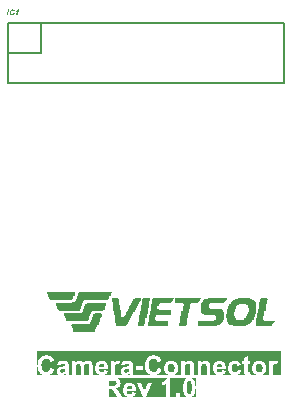
<source format=gto>
G04*
G04 #@! TF.GenerationSoftware,Altium Limited,Altium Designer,21.9.2 (33)*
G04*
G04 Layer_Color=65535*
%FSTAX24Y24*%
%MOIN*%
G70*
G04*
G04 #@! TF.SameCoordinates,13D17465-D8B6-41DB-B493-114FC984BDD6*
G04*
G04*
G04 #@! TF.FilePolarity,Positive*
G04*
G01*
G75*
%ADD10C,0.0079*%
G36*
X020621Y025327D02*
X020584D01*
Y025218D01*
X020548D01*
Y025181D01*
X01982D01*
Y025218D01*
X019784D01*
Y025291D01*
X019747D01*
Y025363D01*
X019711D01*
Y025436D01*
X020621D01*
Y025327D01*
D02*
G37*
G36*
X021858Y0254D02*
X021821D01*
Y025327D01*
X021785D01*
Y025218D01*
X021749D01*
Y025181D01*
X020948D01*
Y025145D01*
X020912D01*
Y025072D01*
X020875D01*
Y024963D01*
X020839D01*
Y02489D01*
X020803D01*
Y024818D01*
X020111D01*
Y024854D01*
X020075D01*
Y02489D01*
X020038D01*
Y024963D01*
X020002D01*
Y025072D01*
X020548D01*
Y025109D01*
X020621D01*
Y025145D01*
X020657D01*
Y025218D01*
X020693D01*
Y025327D01*
X02073D01*
Y0254D01*
X020766D01*
Y025436D01*
X021858D01*
Y0254D01*
D02*
G37*
G36*
X02284Y025145D02*
X022804D01*
Y025109D01*
X022767D01*
Y025036D01*
X022731D01*
Y024963D01*
X022695D01*
Y024927D01*
X022658D01*
Y024854D01*
X022622D01*
Y024781D01*
X022585D01*
Y024708D01*
X022549D01*
Y024636D01*
X022513D01*
Y024563D01*
X022476D01*
Y024526D01*
X02244D01*
Y024454D01*
X022404D01*
Y024381D01*
X022367D01*
Y024344D01*
X022331D01*
Y024308D01*
X022003D01*
Y024417D01*
X021967D01*
Y024672D01*
X02193D01*
Y024818D01*
X021894D01*
Y025109D01*
X021858D01*
Y025254D01*
X022076D01*
Y025218D01*
X022112D01*
Y024999D01*
X022149D01*
Y024854D01*
X022185D01*
Y024599D01*
X022258D01*
Y024636D01*
X022294D01*
Y024672D01*
X022331D01*
Y024781D01*
X022367D01*
Y024818D01*
X022404D01*
Y02489D01*
X02244D01*
Y024963D01*
X022476D01*
Y024999D01*
X022513D01*
Y025072D01*
X022549D01*
Y025145D01*
X022585D01*
Y025218D01*
X022622D01*
Y025254D01*
X02284D01*
Y025145D01*
D02*
G37*
G36*
X021676Y024963D02*
X021639D01*
Y024854D01*
X021567D01*
Y024818D01*
X021203D01*
Y024781D01*
X021166D01*
Y024708D01*
X02113D01*
Y024636D01*
X021094D01*
Y024526D01*
X021057D01*
Y02449D01*
X02033D01*
Y024563D01*
X020293D01*
Y024636D01*
X020257D01*
Y024745D01*
X020875D01*
Y024781D01*
X020912D01*
Y02489D01*
X020948D01*
Y024963D01*
X020984D01*
Y025036D01*
X021021D01*
Y025072D01*
X021676D01*
Y024963D01*
D02*
G37*
G36*
X027024Y025218D02*
X027061D01*
Y025181D01*
X027024D01*
Y025036D01*
X026988D01*
Y024818D01*
X026952D01*
Y024636D01*
X026915D01*
Y024526D01*
X026952D01*
Y02449D01*
X027316D01*
Y024454D01*
X027279D01*
Y024417D01*
X027243D01*
Y024381D01*
X027206D01*
Y024308D01*
X026661D01*
Y024563D01*
X026697D01*
Y024745D01*
X026733D01*
Y02489D01*
X02677D01*
Y025109D01*
X026806D01*
Y025181D01*
Y025218D01*
X026843D01*
Y025254D01*
X027024D01*
Y025218D01*
D02*
G37*
G36*
X026479D02*
X026551D01*
Y025181D01*
X026588D01*
Y025145D01*
X026624D01*
Y025109D01*
X026661D01*
Y024708D01*
X026624D01*
Y024599D01*
X026588D01*
Y024526D01*
X026551D01*
Y024454D01*
X026515D01*
Y024417D01*
X026479D01*
Y024381D01*
X026406D01*
Y024344D01*
X026333D01*
Y024308D01*
X025897D01*
Y024344D01*
X025787D01*
Y024381D01*
X025751D01*
Y024454D01*
X025715D01*
Y024563D01*
X025678D01*
Y024708D01*
X025715D01*
Y02489D01*
X025751D01*
Y024963D01*
X025787D01*
Y025036D01*
X025824D01*
Y025109D01*
X02586D01*
Y025145D01*
X025897D01*
Y025181D01*
X025969D01*
Y025218D01*
X026078D01*
Y025254D01*
X026479D01*
Y025218D01*
D02*
G37*
G36*
X025715Y025181D02*
X025678D01*
Y025145D01*
X025642D01*
Y025109D01*
X025605D01*
Y025072D01*
X025132D01*
Y025036D01*
X025096D01*
Y024927D01*
X025132D01*
Y02489D01*
X025533D01*
Y024854D01*
X025569D01*
Y024781D01*
X025605D01*
Y024526D01*
X025569D01*
Y024454D01*
X025533D01*
Y024417D01*
X025496D01*
Y024381D01*
X02546D01*
Y024344D01*
X025387D01*
Y024308D01*
X024732D01*
Y02449D01*
X025278D01*
Y024526D01*
X025351D01*
Y024636D01*
X025314D01*
Y024672D01*
X02495D01*
Y024708D01*
X024878D01*
Y024745D01*
X024841D01*
Y024781D01*
Y025072D01*
X024878D01*
Y025109D01*
X024914D01*
Y025181D01*
X02495D01*
Y025218D01*
X02506D01*
Y025254D01*
X025715D01*
Y025181D01*
D02*
G37*
G36*
X024841Y025218D02*
X024805D01*
Y025145D01*
X024769D01*
Y025109D01*
X024732D01*
Y025072D01*
X024514D01*
Y025036D01*
X024477D01*
Y02489D01*
X024441D01*
Y024745D01*
X024405D01*
Y024563D01*
X024368D01*
Y024344D01*
X024332D01*
Y024308D01*
X024114D01*
Y024417D01*
X02415D01*
Y024636D01*
X024186D01*
Y024818D01*
X024223D01*
Y024963D01*
X024259D01*
Y025036D01*
X024223D01*
Y025072D01*
X023968D01*
Y025254D01*
X024841D01*
Y025218D01*
D02*
G37*
G36*
X023932D02*
X023895D01*
Y025145D01*
X023859D01*
Y025109D01*
X023823D01*
Y025072D01*
X023459D01*
Y025036D01*
X023422D01*
Y024963D01*
X023386D01*
Y02489D01*
X023422D01*
Y024854D01*
X023823D01*
Y024672D01*
X02335D01*
Y024599D01*
X023313D01*
Y024526D01*
X02335D01*
Y02449D01*
X02375D01*
Y024308D01*
X023058D01*
Y024454D01*
X023095D01*
Y024672D01*
X023131D01*
Y024818D01*
X023168D01*
Y025036D01*
X023204D01*
Y025218D01*
X02324D01*
Y025254D01*
X023932D01*
Y025218D01*
D02*
G37*
G36*
X023131Y025145D02*
X023095D01*
Y024927D01*
X023058D01*
Y024708D01*
X023022D01*
Y024563D01*
X022986D01*
Y024381D01*
X022949D01*
Y024308D01*
X022731D01*
Y024454D01*
X022767D01*
Y024672D01*
X022804D01*
Y024818D01*
X02284D01*
Y024999D01*
X022877D01*
Y025036D01*
Y025218D01*
X022913D01*
Y025254D01*
X023131D01*
Y025145D01*
D02*
G37*
G36*
X021494Y024708D02*
X02153D01*
Y024599D01*
X021494D01*
Y024563D01*
X021457D01*
Y024454D01*
X021421D01*
Y024344D01*
X021385D01*
Y024272D01*
X021348D01*
Y024199D01*
X021312D01*
Y024126D01*
X020584D01*
Y024163D01*
Y024199D01*
Y024235D01*
X020548D01*
Y024308D01*
X020511D01*
Y024344D01*
X020548D01*
Y024381D01*
X02113D01*
Y024454D01*
X021166D01*
Y024526D01*
X021203D01*
Y024599D01*
X021239D01*
Y024708D01*
X021312D01*
Y024745D01*
X021494D01*
Y024708D01*
D02*
G37*
G36*
X027511Y022669D02*
X023255D01*
X023275Y02267D01*
X023292Y022671D01*
X02331Y022674D01*
X023326Y022678D01*
X023341Y022682D01*
X023354Y022685D01*
X023367Y02269D01*
X023379Y022695D01*
X02339Y0227D01*
X023399Y022705D01*
X023407Y022708D01*
X023414Y022712D01*
X023419Y022716D01*
X023423Y022719D01*
X023425Y022719D01*
X023426Y02272D01*
X023438Y022731D01*
X023449Y022742D01*
X023469Y022767D01*
X023486Y022793D01*
X023499Y022817D01*
X023504Y02283D01*
X023509Y022841D01*
X023513Y022851D01*
X023516Y022859D01*
X023519Y022867D01*
X023521Y022872D01*
X023522Y022876D01*
Y022877D01*
X023396Y022916D01*
X023389Y022891D01*
X02338Y022869D01*
X023372Y022852D01*
X023363Y022837D01*
X023355Y022826D01*
X023349Y022818D01*
X023344Y022814D01*
X023342Y022812D01*
X023328Y022801D01*
X023313Y022793D01*
X023298Y022788D01*
X023285Y022783D01*
X023273Y022781D01*
X023263Y02278D01*
X023259Y02278D01*
X023255D01*
X023242Y02278D01*
X02323Y022781D01*
X023207Y022788D01*
X023188Y022795D01*
X023172Y022805D01*
X023159Y022815D01*
X02315Y022822D01*
X023146Y022826D01*
X023144Y022829D01*
X023143Y02283D01*
X023142Y02283D01*
X023134Y022841D01*
X023128Y022853D01*
X023121Y022866D01*
X023117Y022879D01*
X023109Y022908D01*
X023104Y022937D01*
X023102Y022951D01*
X023101Y022963D01*
X023099Y022975D01*
Y022985D01*
X023098Y022992D01*
Y022999D01*
Y023003D01*
Y023004D01*
X023099Y023026D01*
X0231Y023045D01*
X023102Y023063D01*
X023105Y023079D01*
X023108Y023094D01*
X023112Y023108D01*
X023116Y02312D01*
X02312Y023131D01*
X023124Y02314D01*
X023128Y023149D01*
X023132Y023155D01*
X023135Y023161D01*
X023138Y023165D01*
X02314Y023168D01*
X023142Y02317D01*
Y023171D01*
X02315Y02318D01*
X023159Y023188D01*
X023169Y023195D01*
X023179Y0232D01*
X023198Y02321D01*
X023217Y023216D01*
X023232Y02322D01*
X02324Y023221D01*
X023245Y023222D01*
X023251Y023223D01*
X023257D01*
X023276Y023222D01*
X023292Y023218D01*
X023307Y023213D01*
X02332Y023208D01*
X02333Y023202D01*
X023338Y023198D01*
X023342Y023194D01*
X023344Y023193D01*
X023356Y023182D01*
X023367Y023169D01*
X023376Y023156D01*
X023382Y023143D01*
X023387Y023132D01*
X02339Y023124D01*
X023391Y02312D01*
Y023117D01*
X023392Y023116D01*
Y023115D01*
X02352Y023146D01*
X023511Y023173D01*
X023501Y023196D01*
X023489Y023216D01*
X023479Y023233D01*
X023469Y023246D01*
X023465Y023251D01*
X023462Y023256D01*
X023459Y023259D01*
X023456Y023261D01*
X023455Y023263D01*
X023454D01*
X02344Y023275D01*
X023425Y023286D01*
X02341Y023296D01*
X023394Y023303D01*
X023378Y023311D01*
X023362Y023316D01*
X023346Y023321D01*
X023331Y023324D01*
X023317Y023327D01*
X023305Y023329D01*
X023293Y023331D01*
X023283Y023332D01*
X023275Y023333D01*
X023264D01*
X02324Y023332D01*
X023216Y023329D01*
X023194Y023324D01*
X023173Y023319D01*
X023155Y023312D01*
X023136Y023305D01*
X02312Y023297D01*
X023106Y023288D01*
X023092Y02328D01*
X023081Y023272D01*
X02307Y023264D01*
X023062Y023258D01*
X023056Y023252D01*
X023051Y023248D01*
X023048Y023245D01*
X023047Y023244D01*
X023033Y023226D01*
X023021Y023208D01*
X023009Y023188D01*
X023Y023168D01*
X022992Y023147D01*
X022985Y023126D01*
X02298Y023106D01*
X022975Y023087D01*
X022972Y023067D01*
X02297Y023051D01*
X022968Y023035D01*
X022966Y023022D01*
Y023011D01*
X022965Y023003D01*
Y022995D01*
X022966Y022967D01*
X022969Y022941D01*
X022972Y022916D01*
X022978Y022894D01*
X022984Y022873D01*
X022991Y022853D01*
X022998Y022835D01*
X023006Y022819D01*
X023013Y022805D01*
X023021Y022792D01*
X023028Y022781D01*
X023033Y022772D01*
X023039Y022766D01*
X023043Y02276D01*
X023045Y022757D01*
X023046Y022756D01*
X023062Y022741D01*
X023079Y022728D01*
X023096Y022716D01*
X023114Y022706D01*
X023132Y022698D01*
X023149Y022691D01*
X023166Y022685D01*
X023181Y022681D01*
X023197Y022677D01*
X023211Y022674D01*
X023224Y022672D01*
X023234Y022671D01*
X023243Y02267D01*
X02325Y022669D01*
X019676D01*
X019695Y02267D01*
X019713Y022671D01*
X01973Y022674D01*
X019746Y022678D01*
X019761Y022682D01*
X019775Y022685D01*
X019788Y02269D01*
X0198Y022695D01*
X01981Y0227D01*
X019819Y022705D01*
X019827Y022708D01*
X019834Y022712D01*
X019839Y022716D01*
X019843Y022719D01*
X019845Y022719D01*
X019846Y02272D01*
X019858Y022731D01*
X019869Y022742D01*
X019889Y022767D01*
X019906Y022793D01*
X019919Y022817D01*
X019925Y02283D01*
X019929Y022841D01*
X019933Y022851D01*
X019937Y022859D01*
X019939Y022867D01*
X019941Y022872D01*
X019942Y022876D01*
Y022877D01*
X019816Y022916D01*
X019809Y022891D01*
X019801Y022869D01*
X019792Y022852D01*
X019783Y022837D01*
X019776Y022826D01*
X019769Y022818D01*
X019765Y022814D01*
X019763Y022812D01*
X019748Y022801D01*
X019733Y022793D01*
X019718Y022788D01*
X019705Y022783D01*
X019693Y022781D01*
X019683Y02278D01*
X019679Y02278D01*
X019675D01*
X019662Y02278D01*
X01965Y022781D01*
X019628Y022788D01*
X019608Y022795D01*
X019592Y022805D01*
X01958Y022815D01*
X01957Y022822D01*
X019567Y022826D01*
X019564Y022829D01*
X019563Y02283D01*
X019562Y02283D01*
X019555Y022841D01*
X019548Y022853D01*
X019542Y022866D01*
X019537Y022879D01*
X01953Y022908D01*
X019524Y022937D01*
X019522Y022951D01*
X019521Y022963D01*
X019519Y022975D01*
Y022985D01*
X019518Y022992D01*
Y022999D01*
Y023003D01*
Y023004D01*
X019519Y023026D01*
X01952Y023045D01*
X019522Y023063D01*
X019525Y023079D01*
X019529Y023094D01*
X019532Y023108D01*
X019536Y02312D01*
X019541Y023131D01*
X019544Y02314D01*
X019548Y023149D01*
X019552Y023155D01*
X019555Y023161D01*
X019558Y023165D01*
X01956Y023168D01*
X019562Y02317D01*
Y023171D01*
X01957Y02318D01*
X01958Y023188D01*
X019589Y023195D01*
X019599Y0232D01*
X019618Y02321D01*
X019637Y023216D01*
X019653Y02322D01*
X01966Y023221D01*
X019666Y023222D01*
X019671Y023223D01*
X019678D01*
X019696Y023222D01*
X019713Y023218D01*
X019728Y023213D01*
X01974Y023208D01*
X019751Y023202D01*
X019758Y023198D01*
X019763Y023194D01*
X019765Y023193D01*
X019777Y023182D01*
X019788Y023169D01*
X019796Y023156D01*
X019802Y023143D01*
X019807Y023132D01*
X01981Y023124D01*
X019812Y02312D01*
Y023117D01*
X019813Y023116D01*
Y023115D01*
X01994Y023146D01*
X019931Y023173D01*
X019921Y023196D01*
X01991Y023216D01*
X0199Y023233D01*
X019889Y023246D01*
X019886Y023251D01*
X019882Y023256D01*
X019879Y023259D01*
X019876Y023261D01*
X019876Y023263D01*
X019875D01*
X019861Y023275D01*
X019845Y023286D01*
X01983Y023296D01*
X019814Y023303D01*
X019798Y023311D01*
X019782Y023316D01*
X019766Y023321D01*
X019752Y023324D01*
X019738Y023327D01*
X019725Y023329D01*
X019714Y023331D01*
X019703Y023332D01*
X019695Y023333D01*
X019684D01*
X01966Y023332D01*
X019636Y023329D01*
X019615Y023324D01*
X019593Y023319D01*
X019575Y023312D01*
X019556Y023305D01*
X019541Y023297D01*
X019526Y023288D01*
X019512Y02328D01*
X019501Y023272D01*
X019491Y023264D01*
X019482Y023258D01*
X019476Y023252D01*
X019471Y023248D01*
X019469Y023245D01*
X019468Y023244D01*
X019453Y023226D01*
X019441Y023208D01*
X01943Y023188D01*
X01942Y023168D01*
X019412Y023147D01*
X019406Y023126D01*
X0194Y023106D01*
X019395Y023087D01*
X019392Y023067D01*
X01939Y023051D01*
X019388Y023035D01*
X019386Y023022D01*
Y023011D01*
X019385Y023003D01*
Y023333D01*
Y023467D01*
X027511D01*
Y022669D01*
D02*
G37*
G36*
X019386Y022967D02*
X019389Y022941D01*
X019393Y022916D01*
X019398Y022894D01*
X019404Y022873D01*
X019411Y022853D01*
X019419Y022835D01*
X019426Y022819D01*
X019433Y022805D01*
X019441Y022792D01*
X019448Y022781D01*
X019454Y022772D01*
X019459Y022766D01*
X019463Y02276D01*
X019466Y022757D01*
X019467Y022756D01*
X019482Y022741D01*
X019499Y022728D01*
X019517Y022716D01*
X019534Y022706D01*
X019552Y022698D01*
X019569Y022691D01*
X019586Y022685D01*
X019602Y022681D01*
X019617Y022677D01*
X019631Y022674D01*
X019644Y022672D01*
X019654Y022671D01*
X019664Y02267D01*
X01967Y022669D01*
X019385D01*
Y022995D01*
X019386Y022967D01*
D02*
G37*
G36*
X021919Y022478D02*
X021939D01*
X021948Y022477D01*
X021953D01*
X021956Y022477D01*
X021957D01*
X021968Y022474D01*
X021978Y02247D01*
X021987Y022466D01*
X021993Y022462D01*
X021999Y022457D01*
X022003Y022454D01*
X022005Y022452D01*
X022006Y022451D01*
X022012Y022443D01*
X022016Y022434D01*
X022019Y022426D01*
X022022Y022417D01*
X022023Y02241D01*
X022024Y022404D01*
Y022401D01*
Y022399D01*
X022023Y022389D01*
X022022Y022379D01*
X022019Y022371D01*
X022017Y022364D01*
X022014Y022358D01*
X022012Y022354D01*
X022011Y022352D01*
X02201Y022351D01*
X022004Y022344D01*
X021999Y022339D01*
X021987Y02233D01*
X021982Y022328D01*
X021977Y022326D01*
X021974Y022324D01*
X021974D01*
X021969Y022323D01*
X021962Y022321D01*
X021954Y02232D01*
X021946Y022319D01*
X021926Y022318D01*
X021907Y022317D01*
X021888Y022317D01*
X021763D01*
Y022479D01*
X021911D01*
X021919Y022478D01*
D02*
G37*
G36*
X024657Y022263D02*
X024656Y022296D01*
X024654Y022327D01*
X024651Y022354D01*
X024647Y02238D01*
X024642Y022404D01*
X024638Y022426D01*
X024631Y022445D01*
X024626Y022462D01*
X02462Y022477D01*
X024614Y02249D01*
X024609Y022501D01*
X024604Y02251D01*
X0246Y022516D01*
X024597Y022521D01*
X024595Y022524D01*
X024594Y022525D01*
X024584Y022537D01*
X024573Y022547D01*
X024561Y022555D01*
X024549Y022564D01*
X024537Y02257D01*
X024525Y022575D01*
X024514Y022579D01*
X024502Y022583D01*
X02449Y022586D01*
X024481Y022588D01*
X024472Y022589D01*
X024465Y02259D01*
X024458Y022591D01*
X024657D01*
Y022263D01*
D02*
G37*
G36*
X024457Y022489D02*
X024465Y022488D01*
X024471Y022485D01*
X024477Y022482D01*
X024481Y022479D01*
X024485Y022477D01*
X024487Y022476D01*
X024488Y022475D01*
X024493Y022468D01*
X024499Y02246D01*
X024503Y022451D01*
X024508Y022441D01*
X024511Y022432D01*
X024514Y022425D01*
X024515Y02242D01*
X024515Y022419D01*
Y022418D01*
X024517Y02241D01*
X024519Y0224D01*
X024521Y022388D01*
X024523Y022376D01*
X024525Y022351D01*
X024526Y022325D01*
X024527Y022313D01*
Y022301D01*
X024528Y022291D01*
Y022281D01*
Y022274D01*
Y022268D01*
Y022264D01*
Y022263D01*
Y022243D01*
X024527Y022223D01*
Y022206D01*
X024526Y02219D01*
X024525Y022175D01*
X024524Y022162D01*
X024522Y02215D01*
X024521Y02214D01*
X02452Y022131D01*
X024518Y022123D01*
X024517Y022117D01*
X024516Y022111D01*
X024515Y022107D01*
Y022104D01*
X024515Y022103D01*
Y022102D01*
X024511Y022089D01*
X024506Y022079D01*
X024502Y02207D01*
X024498Y022063D01*
X024494Y022058D01*
X02449Y022054D01*
X024489Y022052D01*
X024488Y022051D01*
X024481Y022046D01*
X024475Y022043D01*
X024468Y022041D01*
X024462Y022039D01*
X024457Y022038D01*
X024453Y022037D01*
X024449D01*
X024441Y022038D01*
X024433Y022039D01*
X024427Y022042D01*
X024421Y022045D01*
X024417Y022046D01*
X024413Y022049D01*
X024411Y02205D01*
X02441Y022051D01*
X024404Y022058D01*
X024399Y022066D01*
X024394Y022075D01*
X02439Y022084D01*
X024387Y022093D01*
X024384Y0221D01*
X024383Y022105D01*
X024382Y022107D01*
X02438Y022116D01*
X024379Y022126D01*
X024377Y022137D01*
X024376Y022149D01*
X024374Y022175D01*
X024373Y022201D01*
X024372Y022213D01*
Y022225D01*
X024371Y022235D01*
Y022244D01*
Y022252D01*
Y022258D01*
Y022262D01*
Y022263D01*
Y022283D01*
X024372Y022303D01*
Y022319D01*
X024373Y022336D01*
X024374Y02235D01*
X024375Y022364D01*
X024376Y022375D01*
X024378Y022386D01*
X024379Y022395D01*
X024379Y022403D01*
X02438Y022409D01*
X024381Y022415D01*
X024382Y022418D01*
Y022422D01*
X024383Y022423D01*
Y022424D01*
X024387Y022437D01*
X024392Y022448D01*
X024395Y022456D01*
X0244Y022464D01*
X024404Y022468D01*
X024406Y022472D01*
X024408Y022474D01*
X024409Y022475D01*
X024416Y022479D01*
X024423Y022483D01*
X024429Y022486D01*
X024436Y022488D01*
X024441Y022489D01*
X024445Y02249D01*
X024449D01*
X024457Y022489D01*
D02*
G37*
G36*
X024432Y02259D02*
X024417Y022588D01*
X024401Y022585D01*
X024387Y022581D01*
X024374Y022576D01*
X024362Y02257D01*
X024352Y022564D01*
X024342Y022558D01*
X024333Y022551D01*
X024325Y022546D01*
X024318Y02254D01*
X024314Y022535D01*
X024309Y022531D01*
X024306Y022527D01*
X024305Y022526D01*
X024304Y022525D01*
X024293Y022509D01*
X024283Y02249D01*
X024275Y022471D01*
X024268Y022451D01*
X024262Y022429D01*
X024256Y022407D01*
X024253Y022386D01*
X024249Y022365D01*
X024247Y022344D01*
X024245Y022326D01*
X024244Y022308D01*
X024243Y022293D01*
X024242Y022281D01*
Y022264D01*
X024243Y022231D01*
X024244Y0222D01*
X024247Y022171D01*
X024251Y022145D01*
X024255Y022122D01*
X024259Y022101D01*
X024265Y022083D01*
X02427Y022066D01*
X024275Y022052D01*
X024281Y022039D01*
X024285Y022029D01*
X02429Y022021D01*
X024293Y022015D01*
X024295Y02201D01*
X024297Y022008D01*
X024298Y022007D01*
X024309Y021994D01*
X024321Y021984D01*
X024333Y021973D01*
X024346Y021966D01*
X024358Y021959D01*
X024371Y021953D01*
X024383Y021948D01*
X024395Y021945D01*
X024406Y021941D01*
X024417Y021939D01*
X024426Y021937D01*
X024433Y021936D01*
X02444D01*
X024445Y021935D01*
X021633D01*
Y021947D01*
X021763D01*
Y022215D01*
X021804D01*
X021817Y022214D01*
X021828Y022213D01*
X021838Y022211D01*
X021845Y02221D01*
X02185Y022208D01*
X021852Y022207D01*
X021853D01*
X021861Y022204D01*
X021868Y0222D01*
X021875Y022195D01*
X021881Y022192D01*
X021886Y022187D01*
X021889Y022183D01*
X021891Y022181D01*
X021892Y022181D01*
X021896Y022176D01*
X0219Y022171D01*
X021911Y022157D01*
X021922Y022143D01*
X021934Y022126D01*
X021944Y022111D01*
X021949Y022104D01*
X021952Y022098D01*
X021956Y022094D01*
X021959Y02209D01*
X02196Y022087D01*
X021961Y022086D01*
X022053Y021947D01*
X022209D01*
X02213Y022072D01*
X022122Y022085D01*
X022113Y022098D01*
X022106Y022109D01*
X022098Y02212D01*
X022092Y022129D01*
X022086Y022138D01*
X022075Y022152D01*
X022067Y022163D01*
X022061Y02217D01*
X022057Y022175D01*
X022056Y022176D01*
X022046Y022187D01*
X022034Y022197D01*
X022023Y022206D01*
X022012Y022214D01*
X022002Y02222D01*
X021995Y022225D01*
X021989Y022229D01*
X021988Y02223D01*
X021987D01*
X022003Y022232D01*
X022017Y022236D01*
X02203Y02224D01*
X022043Y022244D01*
X022054Y022249D01*
X022064Y022254D01*
X022074Y022258D01*
X022083Y022264D01*
X02209Y022268D01*
X022097Y022273D01*
X022102Y022278D01*
X022106Y022281D01*
X02211Y022284D01*
X022112Y022287D01*
X022113Y022288D01*
X022114Y022289D01*
X022122Y022298D01*
X022128Y022307D01*
X022139Y022328D01*
X022147Y022347D01*
X022151Y022366D01*
X022155Y022383D01*
X022156Y02239D01*
Y022396D01*
X022157Y022401D01*
Y022405D01*
Y022407D01*
Y022408D01*
X022156Y022428D01*
X022152Y022448D01*
X022147Y022465D01*
X022143Y022479D01*
X022137Y022491D01*
X022133Y022501D01*
X022131Y022503D01*
X022129Y022506D01*
X022128Y022507D01*
Y022508D01*
X022117Y022524D01*
X022105Y022537D01*
X022093Y022547D01*
X022081Y022556D01*
X02207Y022562D01*
X022061Y022566D01*
X022056Y022569D01*
X022055Y02257D01*
X022054D01*
X022045Y022573D01*
X022035Y022576D01*
X022012Y02258D01*
X021987Y022583D01*
X021962Y022586D01*
X02195D01*
X02194Y022587D01*
X02193D01*
X021922Y022588D01*
X021633D01*
Y022591D01*
X023709D01*
X0237Y02257D01*
X023688Y022551D01*
X023675Y022532D01*
X023662Y022517D01*
X023651Y022505D01*
X02364Y022496D01*
X023637Y022492D01*
X023634Y02249D01*
X023632Y022489D01*
X023631Y022488D01*
X023611Y022473D01*
X023591Y02246D01*
X023574Y02245D01*
X023558Y022442D01*
X023545Y022437D01*
X023536Y022432D01*
X023532Y022431D01*
X023529Y02243D01*
X023529Y022429D01*
X023528D01*
Y022318D01*
X023561Y022331D01*
X02359Y022345D01*
X023604Y022353D01*
X023617Y022361D01*
X023629Y022368D01*
X02364Y022376D01*
X023651Y022383D01*
X02366Y02239D01*
X023667Y022395D01*
X023674Y022401D01*
X023679Y022405D01*
X023683Y022408D01*
X023685Y02241D01*
X023686Y022411D01*
Y021947D01*
X023809D01*
Y022591D01*
X024449D01*
X024432Y02259D01*
D02*
G37*
G36*
X024657Y021935D02*
X024449D01*
X024466Y021936D01*
X024481Y021938D01*
X024497Y021942D01*
X024511Y021946D01*
X024524Y02195D01*
X024536Y021956D01*
X024546Y021962D01*
X024556Y021969D01*
X024564Y021974D01*
X024573Y021981D01*
X024579Y021986D01*
X024585Y021991D01*
X024589Y021995D01*
X024591Y021998D01*
X024593Y022D01*
X024594Y022001D01*
X024605Y022017D01*
X024614Y022035D01*
X024624Y022055D01*
X02463Y022076D01*
X024637Y022097D01*
X024641Y022119D01*
X024646Y022141D01*
X02465Y022162D01*
X024651Y022182D01*
X024653Y022201D01*
X024655Y022218D01*
X024656Y022233D01*
X024657Y022245D01*
Y021935D01*
D02*
G37*
G36*
X018567Y034865D02*
X018569Y034865D01*
X018572Y034864D01*
X018576Y034864D01*
X01858Y034863D01*
X018588Y034861D01*
X018592Y03486D01*
X018596Y034858D01*
X0186Y034856D01*
X018604Y034854D01*
X018608Y034851D01*
X018612Y034848D01*
X018612Y034848D01*
X018613Y034848D01*
X018614Y034847D01*
X018615Y034845D01*
X018617Y034844D01*
X018618Y034842D01*
X01862Y034839D01*
X018622Y034836D01*
X018624Y034833D01*
X018626Y03483D01*
X018628Y034826D01*
X01863Y034822D01*
X018631Y034818D01*
X018633Y034813D01*
X018634Y034808D01*
X018635Y034803D01*
X018597Y034799D01*
Y0348D01*
X018597Y0348D01*
Y034801D01*
X018597Y034802D01*
X018596Y034805D01*
X018594Y034808D01*
X018593Y034813D01*
X01859Y034817D01*
X018588Y03482D01*
X018585Y034823D01*
X018585Y034824D01*
X018583Y034825D01*
X018581Y034826D01*
X018579Y034827D01*
X018575Y034829D01*
X018571Y03483D01*
X018566Y034831D01*
X018561Y034831D01*
X018559D01*
X018558Y034831D01*
X018555Y034831D01*
X018551Y03483D01*
X018546Y034829D01*
X018541Y034827D01*
X018536Y034824D01*
X018531Y034821D01*
X01853D01*
X01853Y03482D01*
X018528Y034819D01*
X018526Y034817D01*
X018523Y034813D01*
X018519Y034809D01*
X018515Y034804D01*
X018511Y034797D01*
X018508Y03479D01*
Y034789D01*
X018508Y034789D01*
X018507Y034788D01*
X018507Y034786D01*
X018506Y034784D01*
X018505Y034782D01*
X018505Y034779D01*
X018504Y034777D01*
X018502Y03477D01*
X018501Y034763D01*
X0185Y034755D01*
X0185Y034748D01*
Y034747D01*
Y034746D01*
Y034745D01*
X0185Y034744D01*
Y034742D01*
X0185Y03474D01*
X018501Y034735D01*
X018502Y034729D01*
X018504Y034723D01*
X018507Y034717D01*
X01851Y034712D01*
X018511Y034711D01*
X018512Y03471D01*
X018515Y034708D01*
X018518Y034706D01*
X018522Y034703D01*
X018527Y034701D01*
X018532Y0347D01*
X018535Y0347D01*
X018538Y034699D01*
X018539D01*
X01854Y0347D01*
X018543Y0347D01*
X018547Y0347D01*
X018551Y034702D01*
X018556Y034704D01*
X018561Y034706D01*
X018566Y034709D01*
X018566D01*
X018566Y03471D01*
X018568Y034711D01*
X01857Y034713D01*
X018573Y034717D01*
X018576Y034721D01*
X018579Y034726D01*
X018582Y034732D01*
X018585Y034739D01*
X018625Y034733D01*
Y034732D01*
X018624Y034731D01*
X018624Y03473D01*
X018623Y034727D01*
X018621Y034725D01*
X01862Y034722D01*
X018618Y034718D01*
X018616Y034714D01*
X018611Y034706D01*
X018605Y034698D01*
X018598Y03469D01*
X018594Y034687D01*
X01859Y034683D01*
X018589Y034683D01*
X018589Y034682D01*
X018587Y034682D01*
X018586Y034681D01*
X018583Y034679D01*
X018581Y034678D01*
X018577Y034676D01*
X018574Y034675D01*
X01857Y034673D01*
X018566Y034672D01*
X018562Y03467D01*
X018557Y034669D01*
X018552Y034668D01*
X018547Y034667D01*
X018541Y034667D01*
X018535Y034666D01*
X018534D01*
X018532Y034667D01*
X01853D01*
X018527Y034667D01*
X018523Y034668D01*
X018519Y034668D01*
X018515Y034669D01*
X018511Y03467D01*
X018507Y034672D01*
X018502Y034673D01*
X018497Y034675D01*
X018493Y034678D01*
X018488Y034681D01*
X018484Y034684D01*
X01848Y034687D01*
X01848Y034688D01*
X018479Y034689D01*
X018478Y03469D01*
X018477Y034691D01*
X018476Y034694D01*
X018474Y034696D01*
X018472Y0347D01*
X018471Y034703D01*
X018469Y034707D01*
X018467Y034712D01*
X018465Y034717D01*
X018464Y034723D01*
X018463Y034728D01*
X018461Y034735D01*
X018461Y034742D01*
X018461Y034749D01*
Y03475D01*
Y034751D01*
Y034753D01*
X018461Y034755D01*
Y034758D01*
X018461Y034761D01*
X018462Y034765D01*
X018462Y034769D01*
X018463Y034773D01*
X018464Y034778D01*
X018466Y034788D01*
X018469Y034799D01*
X018471Y034804D01*
X018474Y034809D01*
X018474Y034809D01*
X018474Y03481D01*
X018475Y034812D01*
X018476Y034813D01*
X018477Y034816D01*
X018479Y034818D01*
X018481Y034821D01*
X018483Y034825D01*
X018489Y034831D01*
X018495Y034838D01*
X018502Y034845D01*
X018506Y034848D01*
X01851Y034851D01*
X018511Y034851D01*
X018512Y034851D01*
X018513Y034852D01*
X018515Y034853D01*
X018517Y034854D01*
X018519Y034855D01*
X018522Y034857D01*
X018526Y034858D01*
X018529Y034859D01*
X018533Y034861D01*
X018542Y034863D01*
X018551Y034865D01*
X018556Y034865D01*
X018562Y034865D01*
X018565D01*
X018567Y034865D01*
D02*
G37*
G36*
X018725Y03467D02*
X018687D01*
X018715Y034803D01*
X018714Y034802D01*
X018713Y034801D01*
X01871Y0348D01*
X018707Y034798D01*
X018703Y034796D01*
X018698Y034794D01*
X018693Y034791D01*
X018687Y034789D01*
X018687D01*
X018687Y034788D01*
X018686Y034788D01*
X018685Y034787D01*
X018682Y034787D01*
X018678Y034785D01*
X018674Y034784D01*
X018669Y034782D01*
X018665Y034781D01*
X01866Y03478D01*
X018668Y034813D01*
X018668D01*
X018668Y034814D01*
X01867Y034814D01*
X018672Y034816D01*
X018676Y034817D01*
X018679Y034819D01*
X018684Y034822D01*
X018689Y034824D01*
X018695Y034828D01*
X018701Y034831D01*
X018707Y034835D01*
X018713Y034839D01*
X018719Y034843D01*
X018725Y034848D01*
X018731Y034853D01*
X018737Y034858D01*
X018742Y034863D01*
X018765D01*
X018725Y03467D01*
D02*
G37*
G36*
X018409D02*
X01837D01*
X01841Y034862D01*
X018449D01*
X018409Y03467D01*
D02*
G37*
%LPC*%
G36*
X026333Y025036D02*
X026115D01*
Y024999D01*
X026042D01*
Y024963D01*
X026006D01*
Y02489D01*
X025969D01*
Y024781D01*
X025933D01*
Y024636D01*
X025969D01*
Y024563D01*
X026006D01*
Y024526D01*
X02626D01*
Y024563D01*
X026333D01*
Y024636D01*
X02637D01*
Y024708D01*
X026406D01*
Y024781D01*
X026442D01*
Y024927D01*
X026406D01*
Y024999D01*
X026333D01*
Y025036D01*
D02*
G37*
G36*
X02108Y023155D02*
X021072D01*
X021057Y023154D01*
X021043Y023152D01*
X02103Y02315D01*
X021019Y023146D01*
X02101Y023142D01*
X021002Y023139D01*
X020998Y023138D01*
X020996Y023137D01*
X020983Y023129D01*
X020971Y02312D01*
X02096Y023111D01*
X020949Y023101D01*
X020941Y023093D01*
X020936Y023087D01*
X020932Y023082D01*
X02093Y02308D01*
X020922Y023093D01*
X020912Y023105D01*
X020903Y023114D01*
X020895Y023123D01*
X020887Y023129D01*
X020881Y023133D01*
X020877Y023136D01*
X020875Y023137D01*
X020863Y023143D01*
X02085Y023148D01*
X020837Y02315D01*
X020825Y023153D01*
X020814Y023154D01*
X020806Y023155D01*
X020799D01*
X020783Y023154D01*
X020768Y023152D01*
X020754Y023149D01*
X02074Y023144D01*
X020716Y023132D01*
X020705Y023125D01*
X020695Y023118D01*
X020686Y023112D01*
X020678Y023104D01*
X020671Y023099D01*
X020665Y023093D01*
X020661Y023088D01*
X020657Y023084D01*
X020655Y023082D01*
X020654Y023081D01*
Y023145D01*
X020542D01*
Y022681D01*
X020665D01*
Y022905D01*
Y022929D01*
X020666Y022949D01*
X020667Y022965D01*
X020669Y022978D01*
X020671Y022988D01*
X020672Y022995D01*
X020674Y023D01*
Y023001D01*
X020678Y023011D01*
X020683Y02302D01*
X020689Y023027D01*
X020694Y023034D01*
X020699Y023039D01*
X020702Y023042D01*
X020705Y023044D01*
X020706Y023045D01*
X020715Y023051D01*
X020724Y023054D01*
X020732Y023057D01*
X02074Y023059D01*
X020747Y02306D01*
X020752Y023061D01*
X020765D01*
X020773Y023059D01*
X020779Y023058D01*
X020785Y023056D01*
X020789Y023054D01*
X020791Y023052D01*
X020793Y023052D01*
X020794Y023051D01*
X020799Y023047D01*
X020803Y023042D01*
X02081Y023032D01*
X020812Y023028D01*
X020813Y023025D01*
X020814Y023022D01*
Y023021D01*
X020815Y023017D01*
X020817Y023012D01*
X020819Y022999D01*
X02082Y022985D01*
X020821Y02297D01*
X020822Y022956D01*
Y022945D01*
Y022941D01*
Y022937D01*
Y022935D01*
Y022934D01*
Y022681D01*
X020945D01*
Y022903D01*
Y022926D01*
X020947Y022945D01*
X020948Y022962D01*
X020949Y022976D01*
X020951Y022986D01*
X020952Y022993D01*
X020954Y022997D01*
Y022999D01*
X020959Y02301D01*
X020963Y023019D01*
X020969Y023027D01*
X020974Y023033D01*
X020979Y023039D01*
X020983Y023042D01*
X020986Y023044D01*
X020986Y023045D01*
X020995Y023051D01*
X021004Y023054D01*
X021012Y023057D01*
X02102Y023059D01*
X021026Y02306D01*
X021031Y023061D01*
X021035D01*
X021048Y02306D01*
X021059Y023057D01*
X021068Y023052D01*
X021075Y023048D01*
X021081Y023042D01*
X021084Y023039D01*
X021087Y023035D01*
X021088Y023034D01*
X02109Y023029D01*
X021093Y023025D01*
X021096Y023012D01*
X021098Y022997D01*
X021099Y022982D01*
X0211Y022968D01*
X021101Y022956D01*
Y022952D01*
Y022948D01*
Y022946D01*
Y022945D01*
Y022681D01*
X021224D01*
Y022977D01*
X021223Y023D01*
X021222Y02302D01*
X02122Y023037D01*
X021218Y02305D01*
X021215Y02306D01*
X021213Y023067D01*
X021212Y023072D01*
X021211Y023073D01*
X021204Y023088D01*
X021195Y0231D01*
X021186Y02311D01*
X021178Y023119D01*
X02117Y023126D01*
X021163Y02313D01*
X021159Y023133D01*
X021158Y023134D01*
X021144Y023141D01*
X021129Y023146D01*
X021115Y02315D01*
X021101Y023152D01*
X021089Y023154D01*
X02108Y023155D01*
D02*
G37*
G36*
X027333D02*
X027325D01*
X027314Y023154D01*
X027305Y023153D01*
X027296Y02315D01*
X027288Y023148D01*
X027282Y023145D01*
X027276Y023143D01*
X027274Y023141D01*
X027273Y02314D01*
X027264Y023134D01*
X027255Y023125D01*
X027246Y023114D01*
X027239Y023104D01*
X027231Y023094D01*
X027226Y023086D01*
X027222Y02308D01*
X027221Y023079D01*
Y023145D01*
X027107D01*
Y022681D01*
X02723D01*
Y022823D01*
Y022844D01*
Y022864D01*
X027231Y022881D01*
X027232Y022897D01*
Y022912D01*
X027233Y022924D01*
X027234Y022936D01*
X027235Y022945D01*
X027236Y022953D01*
X027237Y022961D01*
X027238Y022966D01*
Y022971D01*
X027239Y022974D01*
X027239Y022977D01*
Y022978D01*
X027243Y022991D01*
X027248Y023003D01*
X027252Y023012D01*
X027257Y023018D01*
X027261Y023024D01*
X027264Y023027D01*
X027266Y023029D01*
X027267Y02303D01*
X027275Y023035D01*
X027282Y023039D01*
X027289Y023041D01*
X027296Y023043D01*
X027301Y023044D01*
X027307Y023045D01*
X027311D01*
X027321Y023044D01*
X027331Y023042D01*
X02734Y023039D01*
X02735Y023035D01*
X027357Y023031D01*
X027362Y023027D01*
X027367Y023026D01*
X027368Y023025D01*
X027407Y023131D01*
X027392Y023139D01*
X027378Y023145D01*
X027364Y02315D01*
X027351Y023152D01*
X027341Y023154D01*
X027333Y023155D01*
D02*
G37*
G36*
X022064D02*
X022057D01*
X022046Y023154D01*
X022036Y023153D01*
X022027Y02315D01*
X02202Y023148D01*
X022013Y023145D01*
X022008Y023143D01*
X022005Y023141D01*
X022004Y02314D01*
X021995Y023134D01*
X021986Y023125D01*
X021977Y023114D01*
X02197Y023104D01*
X021962Y023094D01*
X021957Y023086D01*
X021953Y02308D01*
X021952Y023079D01*
Y023145D01*
X021838D01*
Y022681D01*
X021961D01*
Y022823D01*
Y022844D01*
Y022864D01*
X021962Y022881D01*
X021963Y022897D01*
Y022912D01*
X021964Y022924D01*
X021965Y022936D01*
X021966Y022945D01*
X021967Y022953D01*
X021968Y022961D01*
X021969Y022966D01*
Y022971D01*
X02197Y022974D01*
X021971Y022977D01*
Y022978D01*
X021974Y022991D01*
X021979Y023003D01*
X021984Y023012D01*
X021988Y023018D01*
X021992Y023024D01*
X021996Y023027D01*
X021997Y023029D01*
X021998Y02303D01*
X022006Y023035D01*
X022013Y023039D01*
X022021Y023041D01*
X022027Y023043D01*
X022033Y023044D01*
X022038Y023045D01*
X022042D01*
X022052Y023044D01*
X022062Y023042D01*
X022071Y023039D01*
X022081Y023035D01*
X022088Y023031D01*
X022094Y023027D01*
X022098Y023026D01*
X022099Y023025D01*
X022138Y023131D01*
X022123Y023139D01*
X022109Y023145D01*
X022096Y02315D01*
X022083Y023152D01*
X022072Y023154D01*
X022064Y023155D01*
D02*
G37*
G36*
X024997D02*
X024991D01*
X024974Y023154D01*
X024957Y023151D01*
X024943Y023148D01*
X024928Y023143D01*
X024914Y023137D01*
X024902Y02313D01*
X02489Y023123D01*
X02488Y023116D01*
X024871Y023109D01*
X024862Y023101D01*
X024855Y023095D01*
X024849Y023089D01*
X024845Y023084D01*
X024841Y02308D01*
X024839Y023077D01*
X024838Y023077D01*
Y023145D01*
X024724D01*
Y022681D01*
X024847D01*
Y02289D01*
Y022904D01*
Y022916D01*
X024848Y022929D01*
X024849Y022939D01*
Y022949D01*
X02485Y022957D01*
X024851Y022966D01*
X024852Y022972D01*
X024854Y022983D01*
X024855Y02299D01*
X024857Y022995D01*
Y022996D01*
X02486Y023006D01*
X024866Y023016D01*
X024871Y023024D01*
X024877Y023031D01*
X024883Y023036D01*
X024887Y02304D01*
X02489Y023042D01*
X024891Y023043D01*
X024901Y023049D01*
X024911Y023053D01*
X02492Y023056D01*
X02493Y023059D01*
X024937Y02306D01*
X024943Y023061D01*
X024948D01*
X024957Y02306D01*
X024966Y023059D01*
X024972Y023057D01*
X024979Y023054D01*
X024984Y023052D01*
X024988Y02305D01*
X02499Y023049D01*
X024991Y023048D01*
X024997Y023043D01*
X025002Y023038D01*
X02501Y023027D01*
X025013Y023021D01*
X025015Y023017D01*
X025017Y023015D01*
Y023014D01*
X025019Y023009D01*
X025019Y023003D01*
X025021Y02299D01*
X025023Y022973D01*
X025024Y022957D01*
X025025Y022941D01*
Y022935D01*
Y022929D01*
Y022924D01*
Y02292D01*
Y022917D01*
Y022916D01*
Y022681D01*
X025148D01*
Y022988D01*
X025147Y023003D01*
X025146Y023018D01*
X025144Y023029D01*
X025143Y023039D01*
X025142Y023045D01*
X025141Y02305D01*
Y023051D01*
X025138Y023062D01*
X025134Y023071D01*
X02513Y02308D01*
X025126Y023088D01*
X025122Y023094D01*
X025119Y023099D01*
X025118Y023101D01*
X025117Y023102D01*
X025109Y023111D01*
X025101Y023118D01*
X025093Y023125D01*
X025084Y02313D01*
X025077Y023135D01*
X02507Y023138D01*
X025067Y023139D01*
X025065Y02314D01*
X025052Y023145D01*
X025039Y023149D01*
X025027Y023151D01*
X025016Y023153D01*
X025006Y023154D01*
X024997Y023155D01*
D02*
G37*
G36*
X024451D02*
X024444D01*
X024427Y023154D01*
X024411Y023151D01*
X024396Y023148D01*
X024381Y023143D01*
X024367Y023137D01*
X024355Y02313D01*
X024343Y023123D01*
X024333Y023116D01*
X024324Y023109D01*
X024316Y023101D01*
X024308Y023095D01*
X024303Y023089D01*
X024298Y023084D01*
X024294Y02308D01*
X024292Y023077D01*
X024291Y023077D01*
Y023145D01*
X024178D01*
Y022681D01*
X024301D01*
Y02289D01*
Y022904D01*
Y022916D01*
X024302Y022929D01*
X024303Y022939D01*
Y022949D01*
X024304Y022957D01*
X024304Y022966D01*
X024305Y022972D01*
X024307Y022983D01*
X024308Y02299D01*
X02431Y022995D01*
Y022996D01*
X024314Y023006D01*
X024319Y023016D01*
X024325Y023024D01*
X02433Y023031D01*
X024336Y023036D01*
X024341Y02304D01*
X024343Y023042D01*
X024344Y023043D01*
X024354Y023049D01*
X024365Y023053D01*
X024374Y023056D01*
X024383Y023059D01*
X02439Y02306D01*
X024396Y023061D01*
X024402D01*
X024411Y02306D01*
X024419Y023059D01*
X024426Y023057D01*
X024432Y023054D01*
X024438Y023052D01*
X024441Y02305D01*
X024443Y023049D01*
X024444Y023048D01*
X024451Y023043D01*
X024455Y023038D01*
X024464Y023027D01*
X024466Y023021D01*
X024468Y023017D01*
X02447Y023015D01*
Y023014D01*
X024472Y023009D01*
X024473Y023003D01*
X024475Y02299D01*
X024476Y022973D01*
X024477Y022957D01*
X024478Y022941D01*
Y022935D01*
Y022929D01*
Y022924D01*
Y02292D01*
Y022917D01*
Y022916D01*
Y022681D01*
X024601D01*
Y022988D01*
X0246Y023003D01*
X024599Y023018D01*
X024598Y023029D01*
X024597Y023039D01*
X024595Y023045D01*
X024594Y02305D01*
Y023051D01*
X024591Y023062D01*
X024587Y023071D01*
X024584Y02308D01*
X024579Y023088D01*
X024575Y023094D01*
X024573Y023099D01*
X024571Y023101D01*
X02457Y023102D01*
X024563Y023111D01*
X024554Y023118D01*
X024546Y023125D01*
X024538Y02313D01*
X02453Y023135D01*
X024524Y023138D01*
X02452Y023139D01*
X024518Y02314D01*
X024505Y023145D01*
X024492Y023149D01*
X02448Y023151D01*
X024469Y023153D01*
X024459Y023154D01*
X024451Y023155D01*
D02*
G37*
G36*
X025975D02*
X025967D01*
X025948Y023154D01*
X025931Y023152D01*
X025913Y02315D01*
X025898Y023145D01*
X025883Y02314D01*
X02587Y023135D01*
X025858Y023129D01*
X025846Y023123D01*
X025836Y023117D01*
X025828Y023111D01*
X025821Y023105D01*
X025814Y023101D01*
X025809Y023096D01*
X025806Y023093D01*
X025804Y023091D01*
X025803Y02309D01*
X025793Y023077D01*
X025784Y023064D01*
X025775Y023051D01*
X025768Y023036D01*
X025762Y023021D01*
X025758Y023006D01*
X02575Y022978D01*
X025747Y022964D01*
X025746Y022952D01*
X025745Y022941D01*
X025744Y02293D01*
X025743Y022923D01*
Y022912D01*
X025744Y022891D01*
X025746Y022871D01*
X025748Y022854D01*
X025752Y022836D01*
X025757Y02282D01*
X025762Y022805D01*
X025767Y022793D01*
X025773Y02278D01*
X025779Y022769D01*
X025784Y02276D01*
X025789Y022753D01*
X025794Y022746D01*
X025797Y022741D01*
X0258Y022737D01*
X025802Y022735D01*
X025803Y022734D01*
X025815Y022723D01*
X025827Y022713D01*
X02584Y022705D01*
X025854Y022697D01*
X025867Y022691D01*
X025881Y022686D01*
X025894Y022682D01*
X025907Y022679D01*
X025919Y022676D01*
X02593Y022674D01*
X02594Y022672D01*
X025948Y022671D01*
X025955Y02267D01*
X025965D01*
X025981Y022671D01*
X025996Y022672D01*
X026011Y022674D01*
X026025Y022677D01*
X026038Y02268D01*
X026049Y022683D01*
X02606Y022687D01*
X026069Y022692D01*
X026079Y022695D01*
X026086Y022699D01*
X026092Y022703D01*
X026098Y022706D01*
X026102Y022708D01*
X026104Y02271D01*
X026106Y022712D01*
X026107D01*
X026117Y02272D01*
X026126Y02273D01*
X026141Y02275D01*
X026154Y02277D01*
X026164Y022791D01*
X026171Y022809D01*
X026174Y022817D01*
X026177Y022824D01*
X026178Y02283D01*
X026179Y022834D01*
X02618Y022837D01*
Y022838D01*
X02606Y022858D01*
X026056Y022842D01*
X026051Y022827D01*
X026046Y022815D01*
X026041Y022805D01*
X026035Y022798D01*
X026031Y022793D01*
X026029Y022791D01*
X026028Y02279D01*
X026018Y022783D01*
X026009Y022779D01*
X026Y022775D01*
X025991Y022773D01*
X025982Y022771D01*
X025976Y02277D01*
X02597D01*
X025954Y022772D01*
X025939Y022776D01*
X025927Y02278D01*
X025916Y022787D01*
X025907Y022793D01*
X025902Y022798D01*
X025897Y022802D01*
X025896Y022804D01*
X025892Y022811D01*
X025887Y022818D01*
X025881Y022836D01*
X025875Y022855D01*
X025872Y022875D01*
X02587Y022893D01*
X02587Y022901D01*
Y022907D01*
X025869Y022913D01*
Y022917D01*
Y02292D01*
Y022921D01*
Y022934D01*
X02587Y022947D01*
X025871Y022958D01*
X025873Y022969D01*
X025875Y022978D01*
X025877Y022987D01*
X025882Y023002D01*
X025887Y023013D01*
X025892Y02302D01*
X025894Y023025D01*
X025895Y023027D01*
X025907Y023038D01*
X025919Y023045D01*
X025931Y023051D01*
X025942Y023055D01*
X025953Y023057D01*
X025961Y023058D01*
X025967Y023059D01*
X025969D01*
X025981Y023058D01*
X025992Y023056D01*
X026001Y023053D01*
X026009Y02305D01*
X026016Y023046D01*
X02602Y023043D01*
X026023Y023041D01*
X026024Y02304D01*
X026031Y023033D01*
X026038Y023025D01*
X026043Y023015D01*
X026047Y023007D01*
X02605Y022999D01*
X026052Y022992D01*
X026053Y022989D01*
Y022987D01*
X026174Y023009D01*
X026165Y023035D01*
X026154Y023057D01*
X026141Y023076D01*
X026129Y023091D01*
X026118Y023103D01*
X02611Y023112D01*
X026106Y023114D01*
X026104Y023116D01*
X026103Y023118D01*
X026102D01*
X026081Y02313D01*
X026059Y023139D01*
X026037Y023146D01*
X026016Y02315D01*
X026005Y023152D01*
X025996Y023153D01*
X025988Y023154D01*
X025981D01*
X025975Y023155D01*
D02*
G37*
G36*
X022916Y022975D02*
X022675D01*
Y022852D01*
X022916D01*
Y022975D01*
D02*
G37*
G36*
X022386Y023155D02*
X022355D01*
X022341Y023153D01*
X022326Y023152D01*
X022313Y02315D01*
X0223Y023148D01*
X022289Y023145D01*
X022279Y023141D01*
X022269Y023138D01*
X022262Y023136D01*
X022255Y023132D01*
X022249Y023129D01*
X022244Y023127D01*
X02224Y023125D01*
X022237Y023124D01*
X022236Y023122D01*
X022235D01*
X022219Y023108D01*
X022207Y023092D01*
X022195Y023076D01*
X022186Y02306D01*
X02218Y023045D01*
X022177Y023039D01*
X022175Y023033D01*
X022173Y023028D01*
X022172Y023025D01*
X022171Y023023D01*
Y023022D01*
X022281Y023002D01*
X022286Y023013D01*
X022291Y023022D01*
X022295Y02303D01*
X022301Y023037D01*
X022305Y023041D01*
X022308Y023044D01*
X02231Y023046D01*
X022311Y023047D01*
X022318Y023052D01*
X022327Y023055D01*
X022336Y023057D01*
X022344Y023059D01*
X022352Y02306D01*
X022357Y023061D01*
X022363D01*
X02238Y02306D01*
X022393Y023058D01*
X022404Y023056D01*
X022414Y023053D01*
X02242Y02305D01*
X022425Y023048D01*
X022428Y023046D01*
X022429Y023045D01*
X022435Y023039D01*
X02244Y023031D01*
X022442Y023023D01*
X022445Y023015D01*
X022446Y023006D01*
X022447Y023D01*
Y022996D01*
Y022994D01*
Y022982D01*
X022441Y022979D01*
X022432Y022977D01*
X022415Y022971D01*
X022394Y022966D01*
X022375Y022962D01*
X022356Y022957D01*
X022348Y022955D01*
X022341Y022954D01*
X022335Y022953D01*
X02233Y022953D01*
X022328Y022952D01*
X022327D01*
X022305Y022947D01*
X022284Y022942D01*
X022268Y022938D01*
X022254Y022933D01*
X022243Y022929D01*
X022235Y022926D01*
X022231Y022924D01*
X022229Y022923D01*
X022217Y022916D01*
X022207Y022909D01*
X022197Y022901D01*
X022191Y022893D01*
X022184Y022887D01*
X022181Y022881D01*
X022178Y022878D01*
X022177Y022876D01*
X02217Y022864D01*
X022166Y022852D01*
X022163Y022841D01*
X022161Y02283D01*
X022159Y02282D01*
X022158Y022813D01*
Y022806D01*
X022159Y022795D01*
X02216Y022785D01*
X022165Y022766D01*
X022171Y022749D01*
X022179Y022735D01*
X022186Y022724D01*
X022193Y022716D01*
X022197Y02271D01*
X022199Y022709D01*
Y022708D01*
X022216Y022695D01*
X022234Y022686D01*
X022253Y02268D01*
X022271Y022675D01*
X022287Y022672D01*
X022294Y022671D01*
X0223D01*
X022306Y02267D01*
X022312D01*
X022327Y022671D01*
X022342Y022673D01*
X022355Y022675D01*
X022366Y022678D01*
X022375Y022681D01*
X022382Y022683D01*
X022387Y022684D01*
X022389Y022685D01*
X022402Y022692D01*
X022415Y022698D01*
X022426Y022706D01*
X022436Y022714D01*
X022444Y02272D01*
X022451Y022726D01*
X022454Y02273D01*
X022456Y022731D01*
X022457Y022727D01*
X022459Y022722D01*
X02246Y022719D01*
X022461Y022718D01*
Y022717D01*
X022464Y022708D01*
X022466Y022701D01*
X022467Y022694D01*
X022469Y02269D01*
X022471Y022686D01*
X022472Y022682D01*
X022473Y022682D01*
Y022681D01*
X022594D01*
X022589Y022693D01*
X022584Y022704D01*
X02258Y022714D01*
X022577Y022723D01*
X022575Y022731D01*
X022573Y022737D01*
X022572Y022741D01*
Y022742D01*
X02257Y022754D01*
X022569Y022768D01*
X022567Y022783D01*
Y022798D01*
X022566Y022811D01*
Y022822D01*
Y022827D01*
Y02283D01*
Y022831D01*
Y022832D01*
X022568Y022976D01*
Y02299D01*
X022567Y023003D01*
X022566Y023015D01*
X022565Y023027D01*
X022564Y023037D01*
X022563Y023046D01*
X022562Y023054D01*
X02256Y023061D01*
X022558Y023067D01*
X022557Y023072D01*
X022554Y02308D01*
X022552Y023084D01*
X022552Y023086D01*
X022544Y023096D01*
X022536Y023106D01*
X022527Y023114D01*
X022516Y023122D01*
X022508Y023127D01*
X022501Y023131D01*
X022496Y023134D01*
X022495Y023135D01*
X022494D01*
X022486Y023138D01*
X022478Y023141D01*
X022458Y023147D01*
X022438Y02315D01*
X022418Y023152D01*
X0224Y023154D01*
X022392D01*
X022386Y023155D01*
D02*
G37*
G36*
X020247D02*
X020217D01*
X020202Y023153D01*
X020187Y023152D01*
X020174Y02315D01*
X020161Y023148D01*
X02015Y023145D01*
X02014Y023141D01*
X020131Y023138D01*
X020123Y023136D01*
X020116Y023132D01*
X02011Y023129D01*
X020105Y023127D01*
X020101Y023125D01*
X020098Y023124D01*
X020098Y023122D01*
X020097D01*
X020081Y023108D01*
X020068Y023092D01*
X020057Y023076D01*
X020048Y02306D01*
X020041Y023045D01*
X020038Y023039D01*
X020036Y023033D01*
X020035Y023028D01*
X020034Y023025D01*
X020033Y023023D01*
Y023022D01*
X020143Y023002D01*
X020147Y023013D01*
X020152Y023022D01*
X020157Y02303D01*
X020162Y023037D01*
X020166Y023041D01*
X02017Y023044D01*
X020172Y023046D01*
X020172Y023047D01*
X02018Y023052D01*
X020188Y023055D01*
X020197Y023057D01*
X020206Y023059D01*
X020213Y02306D01*
X020219Y023061D01*
X020224D01*
X020241Y02306D01*
X020255Y023058D01*
X020266Y023056D01*
X020275Y023053D01*
X020282Y02305D01*
X020286Y023048D01*
X020289Y023046D01*
X02029Y023045D01*
X020296Y023039D01*
X020301Y023031D01*
X020304Y023023D01*
X020307Y023015D01*
X020308Y023006D01*
X020308Y023D01*
Y022996D01*
Y022994D01*
Y022982D01*
X020302Y022979D01*
X020294Y022977D01*
X020276Y022971D01*
X020256Y022966D01*
X020236Y022962D01*
X020218Y022957D01*
X020209Y022955D01*
X020202Y022954D01*
X020196Y022953D01*
X020192Y022953D01*
X020189Y022952D01*
X020188D01*
X020166Y022947D01*
X020146Y022942D01*
X020129Y022938D01*
X020115Y022933D01*
X020104Y022929D01*
X020097Y022926D01*
X020092Y022924D01*
X02009Y022923D01*
X020078Y022916D01*
X020068Y022909D01*
X020059Y022901D01*
X020052Y022893D01*
X020046Y022887D01*
X020042Y022881D01*
X020039Y022878D01*
X020038Y022876D01*
X020032Y022864D01*
X020027Y022852D01*
X020024Y022841D01*
X020023Y02283D01*
X020021Y02282D01*
X02002Y022813D01*
Y022806D01*
X020021Y022795D01*
X020022Y022785D01*
X020026Y022766D01*
X020033Y022749D01*
X02004Y022735D01*
X020048Y022724D01*
X020054Y022716D01*
X020059Y02271D01*
X020061Y022709D01*
Y022708D01*
X020077Y022695D01*
X020096Y022686D01*
X020114Y02268D01*
X020133Y022675D01*
X020148Y022672D01*
X020156Y022671D01*
X020161D01*
X020167Y02267D01*
X020173D01*
X020188Y022671D01*
X020203Y022673D01*
X020216Y022675D01*
X020227Y022678D01*
X020236Y022681D01*
X020244Y022683D01*
X020248Y022684D01*
X02025Y022685D01*
X020263Y022692D01*
X020276Y022698D01*
X020287Y022706D01*
X020297Y022714D01*
X020306Y02272D01*
X020312Y022726D01*
X020316Y02273D01*
X020318Y022731D01*
X020319Y022727D01*
X02032Y022722D01*
X020321Y022719D01*
X020322Y022718D01*
Y022717D01*
X020325Y022708D01*
X020327Y022701D01*
X020329Y022694D01*
X020331Y02269D01*
X020332Y022686D01*
X020333Y022682D01*
X020334Y022682D01*
Y022681D01*
X020456D01*
X02045Y022693D01*
X020445Y022704D01*
X020442Y022714D01*
X020438Y022723D01*
X020436Y022731D01*
X020434Y022737D01*
X020433Y022741D01*
Y022742D01*
X020431Y022754D01*
X020431Y022768D01*
X020429Y022783D01*
Y022798D01*
X020428Y022811D01*
Y022822D01*
Y022827D01*
Y02283D01*
Y022831D01*
Y022832D01*
X02043Y022976D01*
Y02299D01*
X020429Y023003D01*
X020428Y023015D01*
X020427Y023027D01*
X020426Y023037D01*
X020424Y023046D01*
X020423Y023054D01*
X020421Y023061D01*
X020419Y023067D01*
X020419Y023072D01*
X020416Y02308D01*
X020414Y023084D01*
X020413Y023086D01*
X020406Y023096D01*
X020397Y023106D01*
X020388Y023114D01*
X020378Y023122D01*
X020369Y023127D01*
X020362Y023131D01*
X020357Y023134D01*
X020357Y023135D01*
X020356D01*
X020347Y023138D01*
X020339Y023141D01*
X02032Y023147D01*
X020299Y02315D01*
X02028Y023152D01*
X020261Y023154D01*
X020254D01*
X020247Y023155D01*
D02*
G37*
G36*
X026786D02*
X026776D01*
X026751Y023154D01*
X026728Y02315D01*
X026707Y023146D01*
X026688Y02314D01*
X026681Y023137D01*
X026673Y023134D01*
X026667Y023132D01*
X026662Y023129D01*
X026658Y023127D01*
X026655Y023126D01*
X026653Y023125D01*
X026652D01*
X026633Y023112D01*
X026616Y023098D01*
X026601Y023083D01*
X026589Y023069D01*
X02658Y023056D01*
X026573Y023046D01*
X02657Y023042D01*
X026569Y02304D01*
X026567Y023038D01*
Y023037D01*
X026557Y023015D01*
X02655Y022994D01*
X026545Y022975D01*
X026541Y022957D01*
X026539Y022941D01*
X026538Y022935D01*
Y022929D01*
X026537Y022926D01*
Y022919D01*
X026538Y022891D01*
X026542Y022864D01*
X026547Y022841D01*
X026549Y02283D01*
X026552Y022821D01*
X026555Y022813D01*
X026558Y022805D01*
X02656Y022799D01*
X026562Y022793D01*
X026564Y022789D01*
X026566Y022786D01*
X026567Y022784D01*
Y022783D01*
X02658Y022764D01*
X026594Y022747D01*
X026609Y022732D01*
X026622Y02272D01*
X026635Y022711D01*
X026646Y022705D01*
X026649Y022702D01*
X026652Y0227D01*
X026654Y022699D01*
X026655D01*
X026677Y02269D01*
X026698Y022682D01*
X026719Y022678D01*
X026738Y022674D01*
X026754Y022672D01*
X02676Y022671D01*
X026766D01*
X02677Y02267D01*
X026777D01*
X026796Y022671D01*
X026814Y022673D01*
X026832Y022677D01*
X026847Y022682D01*
X026863Y022686D01*
X026877Y022692D01*
X02689Y022698D01*
X026902Y022705D01*
X026912Y022711D01*
X026921Y022718D01*
X02693Y022723D01*
X026936Y022728D01*
X026942Y022732D01*
X026945Y022736D01*
X026947Y022738D01*
X026948Y022739D01*
X02696Y022753D01*
X02697Y022767D01*
X02698Y02278D01*
X026988Y022795D01*
X026994Y02281D01*
X027Y022825D01*
X027004Y022839D01*
X027008Y022853D01*
X027011Y022865D01*
X027013Y022877D01*
X027015Y022887D01*
X027016Y022896D01*
X027017Y022904D01*
Y022914D01*
X027016Y022933D01*
X027014Y022952D01*
X02701Y022968D01*
X027006Y022985D01*
X027001Y023D01*
X026995Y023015D01*
X026989Y023027D01*
X026983Y02304D01*
X026977Y02305D01*
X02697Y02306D01*
X026965Y023067D01*
X026959Y023075D01*
X026955Y023079D01*
X026952Y023084D01*
X02695Y023086D01*
X026949Y023087D01*
X026936Y023099D01*
X026922Y023109D01*
X026908Y023118D01*
X026894Y023126D01*
X026879Y023133D01*
X026865Y023138D01*
X026851Y023143D01*
X026837Y023147D01*
X026825Y02315D01*
X026813Y023151D01*
X026803Y023153D01*
X026794Y023154D01*
X026786Y023155D01*
D02*
G37*
G36*
X026397Y02331D02*
X026274Y023237D01*
Y023145D01*
X026217D01*
Y023047D01*
X026274D01*
Y022844D01*
Y022832D01*
Y022822D01*
Y022812D01*
X026275Y022804D01*
Y022789D01*
X026276Y022777D01*
X026277Y022768D01*
Y022762D01*
X026277Y022758D01*
Y022757D01*
X026279Y022747D01*
X026282Y022738D01*
X026285Y02273D01*
X026288Y022723D01*
X02629Y022718D01*
X026292Y022714D01*
X026293Y022711D01*
X026294Y02271D01*
X0263Y022704D01*
X026306Y022698D01*
X026319Y022689D01*
X026325Y022686D01*
X026329Y022683D01*
X026333Y022682D01*
X026334Y022682D01*
X026344Y022678D01*
X026354Y022675D01*
X026364Y022673D01*
X026374Y022672D01*
X026382Y022671D01*
X026388Y02267D01*
X026394D01*
X026413Y022671D01*
X026432Y022673D01*
X026449Y022676D01*
X026462Y02268D01*
X026474Y022682D01*
X026484Y022685D01*
X026489Y022687D01*
X02649Y022688D01*
X026491D01*
X02648Y022783D01*
X026469Y02278D01*
X026459Y022777D01*
X02645Y022775D01*
X026443Y022774D01*
X026437Y022773D01*
X026434Y022772D01*
X02643D01*
X026422Y022773D01*
X026415Y022775D01*
X026412Y022777D01*
X02641Y022778D01*
X026404Y022783D01*
X026401Y022788D01*
X0264Y022792D01*
X026399Y022793D01*
Y022795D01*
X026398Y022799D01*
Y022807D01*
Y022818D01*
X026397Y02283D01*
Y022841D01*
Y02285D01*
Y022854D01*
Y022856D01*
Y022858D01*
Y022859D01*
Y023047D01*
X026481D01*
Y023145D01*
X026397D01*
Y02331D01*
D02*
G37*
G36*
X025459Y023155D02*
X025449D01*
X025432Y023154D01*
X025416Y023152D01*
X025401Y023149D01*
X025387Y023145D01*
X025373Y02314D01*
X025361Y023135D01*
X025349Y023128D01*
X025339Y023123D01*
X025329Y023116D01*
X025321Y02311D01*
X025314Y023104D01*
X025308Y0231D01*
X025303Y023096D01*
X0253Y023092D01*
X025298Y02309D01*
X025297Y023089D01*
X025287Y023077D01*
X025278Y023063D01*
X025269Y023049D01*
X025262Y023034D01*
X025256Y023018D01*
X025252Y023003D01*
X025244Y022975D01*
X025241Y022961D01*
X02524Y022949D01*
X025239Y022938D01*
X025238Y022929D01*
X025237Y02292D01*
Y022909D01*
X025238Y022891D01*
X025239Y022874D01*
X025241Y022858D01*
X025244Y022843D01*
X025247Y022829D01*
X025252Y022816D01*
X025255Y022804D01*
X02526Y022793D01*
X025264Y022782D01*
X025268Y022774D01*
X025272Y022767D01*
X025275Y02276D01*
X025278Y022756D01*
X02528Y022752D01*
X025281Y02275D01*
X025282Y022749D01*
X025294Y022735D01*
X025306Y022723D01*
X02532Y022713D01*
X025335Y022704D01*
X02535Y022696D01*
X025364Y02269D01*
X025379Y022684D01*
X025394Y022681D01*
X025407Y022677D01*
X02542Y022675D01*
X025432Y022673D01*
X025442Y022671D01*
X02545D01*
X025456Y02267D01*
X025462D01*
X025488Y022672D01*
X025513Y022676D01*
X025535Y022682D01*
X025553Y022688D01*
X025562Y022692D01*
X025568Y022694D01*
X025574Y022697D01*
X025579Y0227D01*
X025583Y022703D01*
X025586Y022704D01*
X025587Y022706D01*
X025588D01*
X025606Y02272D01*
X025622Y022736D01*
X025635Y022754D01*
X025645Y02277D01*
X025653Y022785D01*
X025656Y022792D01*
X025659Y022797D01*
X02566Y022802D01*
X025662Y022805D01*
X025663Y022807D01*
Y022808D01*
X025541Y022829D01*
X025537Y022817D01*
X025532Y022805D01*
X025527Y022797D01*
X025522Y02279D01*
X025518Y022784D01*
X025514Y02278D01*
X025512Y022779D01*
X025511Y022778D01*
X025503Y022772D01*
X025495Y022768D01*
X025487Y022766D01*
X025479Y022764D01*
X025473Y022763D01*
X025467Y022762D01*
X025463D01*
X025448Y022763D01*
X025434Y022767D01*
X025421Y022771D01*
X025411Y022777D01*
X025402Y022782D01*
X025397Y022787D01*
X025392Y022791D01*
X025391Y022792D01*
X025382Y022804D01*
X025376Y022817D01*
X02537Y022832D01*
X025366Y022845D01*
X025364Y022858D01*
X025364Y022867D01*
X025363Y022871D01*
Y022874D01*
Y022876D01*
Y022877D01*
X02567D01*
Y022903D01*
X025668Y022926D01*
X025665Y022948D01*
X025661Y022968D01*
X025657Y022988D01*
X025652Y023004D01*
X025647Y02302D01*
X025641Y023034D01*
X025635Y023046D01*
X02563Y023057D01*
X025625Y023065D01*
X025621Y023073D01*
X025617Y023078D01*
X025614Y023083D01*
X025612Y023085D01*
X025611Y023086D01*
X0256Y023098D01*
X025587Y023109D01*
X025574Y023118D01*
X025562Y023126D01*
X025548Y023133D01*
X025534Y023138D01*
X025521Y023143D01*
X025508Y023147D01*
X025496Y02315D01*
X025485Y023151D01*
X025475Y023153D01*
X025466Y023154D01*
X025459Y023155D01*
D02*
G37*
G36*
X023853D02*
X023843D01*
X023818Y023154D01*
X023795Y02315D01*
X023773Y023146D01*
X023755Y02314D01*
X023748Y023137D01*
X02374Y023134D01*
X023734Y023132D01*
X023729Y023129D01*
X023724Y023127D01*
X023722Y023126D01*
X02372Y023125D01*
X023719D01*
X023699Y023112D01*
X023683Y023098D01*
X023668Y023083D01*
X023656Y023069D01*
X023647Y023056D01*
X023639Y023046D01*
X023637Y023042D01*
X023636Y02304D01*
X023634Y023038D01*
Y023037D01*
X023624Y023015D01*
X023617Y022994D01*
X023612Y022975D01*
X023608Y022957D01*
X023606Y022941D01*
X023605Y022935D01*
Y022929D01*
X023604Y022926D01*
Y022919D01*
X023605Y022891D01*
X023609Y022864D01*
X023613Y022841D01*
X023616Y02283D01*
X023619Y022821D01*
X023622Y022813D01*
X023625Y022805D01*
X023627Y022799D01*
X023629Y022793D01*
X023631Y022789D01*
X023633Y022786D01*
X023634Y022784D01*
Y022783D01*
X023647Y022764D01*
X023661Y022747D01*
X023675Y022732D01*
X023689Y02272D01*
X023702Y022711D01*
X023712Y022705D01*
X023716Y022702D01*
X023719Y0227D01*
X023721Y022699D01*
X023722D01*
X023744Y02269D01*
X023765Y022682D01*
X023786Y022678D01*
X023805Y022674D01*
X023821Y022672D01*
X023827Y022671D01*
X023833D01*
X023837Y02267D01*
X023844D01*
X023863Y022671D01*
X023881Y022673D01*
X023898Y022677D01*
X023914Y022682D01*
X02393Y022686D01*
X023944Y022692D01*
X023957Y022698D01*
X023969Y022705D01*
X023979Y022711D01*
X023988Y022718D01*
X023996Y022723D01*
X024003Y022728D01*
X024008Y022732D01*
X024012Y022736D01*
X024014Y022738D01*
X024015Y022739D01*
X024027Y022753D01*
X024037Y022767D01*
X024046Y02278D01*
X024055Y022795D01*
X024061Y02281D01*
X024067Y022825D01*
X024071Y022839D01*
X024075Y022853D01*
X024078Y022865D01*
X02408Y022877D01*
X024082Y022887D01*
X024082Y022896D01*
X024083Y022904D01*
Y022914D01*
X024082Y022933D01*
X024081Y022952D01*
X024077Y022968D01*
X024073Y022985D01*
X024068Y023D01*
X024062Y023015D01*
X024056Y023027D01*
X02405Y02304D01*
X024044Y02305D01*
X024037Y02306D01*
X024032Y023067D01*
X024026Y023075D01*
X024022Y023079D01*
X024019Y023084D01*
X024017Y023086D01*
X024016Y023087D01*
X024003Y023099D01*
X023989Y023109D01*
X023975Y023118D01*
X02396Y023126D01*
X023946Y023133D01*
X023932Y023138D01*
X023918Y023143D01*
X023904Y023147D01*
X023892Y02315D01*
X02388Y023151D01*
X02387Y023153D01*
X02386Y023154D01*
X023853Y023155D01*
D02*
G37*
G36*
X021532D02*
X021522D01*
X021505Y023154D01*
X02149Y023152D01*
X021474Y023149D01*
X02146Y023145D01*
X021446Y02314D01*
X021434Y023135D01*
X021422Y023128D01*
X021412Y023123D01*
X021403Y023116D01*
X021394Y02311D01*
X021387Y023104D01*
X021381Y0231D01*
X021377Y023096D01*
X021373Y023092D01*
X021371Y02309D01*
X02137Y023089D01*
X02136Y023077D01*
X021351Y023063D01*
X021343Y023049D01*
X021335Y023034D01*
X02133Y023018D01*
X021325Y023003D01*
X021318Y022975D01*
X021315Y022961D01*
X021313Y022949D01*
X021312Y022938D01*
X021311Y022929D01*
X02131Y02292D01*
Y022909D01*
X021311Y022891D01*
X021312Y022874D01*
X021315Y022858D01*
X021318Y022843D01*
X02132Y022829D01*
X021325Y022816D01*
X021329Y022804D01*
X021333Y022793D01*
X021337Y022782D01*
X021342Y022774D01*
X021345Y022767D01*
X021348Y02276D01*
X021352Y022756D01*
X021354Y022752D01*
X021355Y02275D01*
X021356Y022749D01*
X021368Y022735D01*
X02138Y022723D01*
X021393Y022713D01*
X021408Y022704D01*
X021423Y022696D01*
X021438Y02269D01*
X021453Y022684D01*
X021467Y022681D01*
X02148Y022677D01*
X021493Y022675D01*
X021505Y022673D01*
X021516Y022671D01*
X021524D01*
X021529Y02267D01*
X021535D01*
X021562Y022672D01*
X021587Y022676D01*
X021608Y022682D01*
X021627Y022688D01*
X021635Y022692D01*
X021641Y022694D01*
X021648Y022697D01*
X021652Y0227D01*
X021656Y022703D01*
X02166Y022704D01*
X021661Y022706D01*
X021662D01*
X021679Y02272D01*
X021695Y022736D01*
X021708Y022754D01*
X021718Y02277D01*
X021726Y022785D01*
X021729Y022792D01*
X021732Y022797D01*
X021734Y022802D01*
X021736Y022805D01*
X021737Y022807D01*
Y022808D01*
X021615Y022829D01*
X02161Y022817D01*
X021605Y022805D01*
X021601Y022797D01*
X021595Y02279D01*
X021591Y022784D01*
X021588Y02278D01*
X021585Y022779D01*
X021584Y022778D01*
X021577Y022772D01*
X021568Y022768D01*
X02156Y022766D01*
X021553Y022764D01*
X021546Y022763D01*
X021541Y022762D01*
X021536D01*
X021521Y022763D01*
X021507Y022767D01*
X021494Y022771D01*
X021484Y022777D01*
X021476Y022782D01*
X02147Y022787D01*
X021466Y022791D01*
X021465Y022792D01*
X021455Y022804D01*
X021449Y022817D01*
X021443Y022832D01*
X02144Y022845D01*
X021438Y022858D01*
X021437Y022867D01*
X021436Y022871D01*
Y022874D01*
Y022876D01*
Y022877D01*
X021743D01*
Y022903D01*
X021741Y022926D01*
X021738Y022948D01*
X021735Y022968D01*
X02173Y022988D01*
X021726Y023004D01*
X02172Y02302D01*
X021714Y023034D01*
X021709Y023046D01*
X021703Y023057D01*
X021699Y023065D01*
X021694Y023073D01*
X02169Y023078D01*
X021688Y023083D01*
X021686Y023085D01*
X021685Y023086D01*
X021674Y023098D01*
X021661Y023109D01*
X021648Y023118D01*
X021635Y023126D01*
X021621Y023133D01*
X021607Y023138D01*
X021594Y023143D01*
X021581Y023147D01*
X021569Y02315D01*
X021558Y023151D01*
X021548Y023153D01*
X02154Y023154D01*
X021532Y023155D01*
D02*
G37*
%LPD*%
G36*
X022447Y022878D02*
Y022863D01*
X022446Y02285D01*
X022445Y02284D01*
X022444Y022831D01*
X022443Y022826D01*
X022442Y022821D01*
X022441Y022819D01*
Y022818D01*
X022439Y02281D01*
X022434Y022802D01*
X022429Y022795D01*
X022425Y022789D01*
X02242Y022784D01*
X022417Y02278D01*
X022414Y022779D01*
X022413Y022778D01*
X022402Y02277D01*
X02239Y022766D01*
X02238Y022762D01*
X022369Y022759D01*
X022361Y022757D01*
X022355Y022756D01*
X022349D01*
X022339Y022757D01*
X022329Y022759D01*
X02232Y022762D01*
X022314Y022766D01*
X022307Y022769D01*
X022304Y022772D01*
X022301Y022774D01*
X0223Y022775D01*
X022293Y022782D01*
X022289Y02279D01*
X022286Y022797D01*
X022284Y022805D01*
X022282Y02281D01*
X022281Y022815D01*
Y022818D01*
Y022819D01*
X022282Y022829D01*
X022285Y022837D01*
X022289Y022844D01*
X022293Y022851D01*
X022297Y022855D01*
X022301Y022859D01*
X022304Y022861D01*
X022305Y022862D01*
X022312Y022866D01*
X022321Y02287D01*
X022332Y022874D01*
X022343Y022877D01*
X022355Y022879D01*
X022363Y022881D01*
X022367Y022882D01*
X022369Y022883D01*
X022371D01*
X02239Y022887D01*
X022404Y022891D01*
X022418Y022894D01*
X022429Y022897D01*
X022437Y0229D01*
X022442Y022901D01*
X022446Y022903D01*
X022447D01*
Y022878D01*
D02*
G37*
G36*
X020308D02*
Y022863D01*
X020308Y02285D01*
X020307Y02284D01*
X020306Y022831D01*
X020305Y022826D01*
X020304Y022821D01*
X020303Y022819D01*
Y022818D01*
X0203Y02281D01*
X020295Y022802D01*
X020291Y022795D01*
X020286Y022789D01*
X020282Y022784D01*
X020278Y02278D01*
X020275Y022779D01*
X020274Y022778D01*
X020263Y02277D01*
X020251Y022766D01*
X020241Y022762D01*
X020231Y022759D01*
X020222Y022757D01*
X020216Y022756D01*
X02021D01*
X0202Y022757D01*
X02019Y022759D01*
X020182Y022762D01*
X020175Y022766D01*
X020169Y022769D01*
X020165Y022772D01*
X020162Y022774D01*
X020161Y022775D01*
X020155Y022782D01*
X02015Y02279D01*
X020147Y022797D01*
X020146Y022805D01*
X020144Y02281D01*
X020143Y022815D01*
Y022818D01*
Y022819D01*
X020144Y022829D01*
X020147Y022837D01*
X02015Y022844D01*
X020155Y022851D01*
X020159Y022855D01*
X020162Y022859D01*
X020165Y022861D01*
X020166Y022862D01*
X020173Y022866D01*
X020183Y02287D01*
X020194Y022874D01*
X020205Y022877D01*
X020216Y022879D01*
X020224Y022881D01*
X020228Y022882D01*
X020231Y022883D01*
X020233D01*
X020251Y022887D01*
X020266Y022891D01*
X02028Y022894D01*
X02029Y022897D01*
X020298Y0229D01*
X020304Y022901D01*
X020308Y022903D01*
X020308D01*
Y022878D01*
D02*
G37*
G36*
X026795Y023053D02*
X02681Y02305D01*
X026823Y023043D01*
X026835Y023037D01*
X026844Y02303D01*
X026852Y023024D01*
X026856Y02302D01*
X026857Y023018D01*
X026869Y023003D01*
X026877Y022986D01*
X026882Y022968D01*
X026887Y022952D01*
X026889Y022937D01*
X02689Y022929D01*
Y022924D01*
X026891Y022919D01*
Y022916D01*
Y022914D01*
Y022913D01*
X026889Y022889D01*
X026885Y022867D01*
X026881Y022849D01*
X026874Y022833D01*
X026868Y022822D01*
X026863Y022813D01*
X026859Y022808D01*
X026857Y022806D01*
X026844Y022794D01*
X026832Y022785D01*
X026818Y02278D01*
X026805Y022775D01*
X026794Y022772D01*
X026785Y022771D01*
X026782Y02277D01*
X026777D01*
X026759Y022772D01*
X026744Y022776D01*
X02673Y022781D01*
X026719Y022789D01*
X026709Y022795D01*
X026701Y022801D01*
X026697Y022805D01*
X026696Y022806D01*
X026684Y022821D01*
X026677Y022839D01*
X026672Y022856D01*
X026667Y022874D01*
X026665Y022889D01*
X026664Y022895D01*
Y022902D01*
X026663Y022906D01*
Y02291D01*
Y022912D01*
Y022913D01*
X026665Y022937D01*
X026669Y022958D01*
X026673Y022977D01*
X02668Y022991D01*
X026685Y023003D01*
X026691Y023012D01*
X026695Y023016D01*
X026696Y023018D01*
X026709Y02303D01*
X026722Y02304D01*
X026736Y023046D01*
X026749Y023051D01*
X02676Y023053D01*
X026769Y023054D01*
X026772Y023055D01*
X026777D01*
X026795Y023053D01*
D02*
G37*
G36*
X02547Y02306D02*
X025482Y023056D01*
X025493Y023052D01*
X025502Y023047D01*
X02551Y023041D01*
X025515Y023037D01*
X025519Y023033D01*
X02552Y023032D01*
X025528Y023021D01*
X025536Y023008D01*
X02554Y022994D01*
X025544Y022981D01*
X025546Y02297D01*
X025547Y02296D01*
X025548Y022956D01*
Y022954D01*
Y022953D01*
Y022952D01*
X025364D01*
X025365Y022969D01*
X025368Y022985D01*
X025372Y022999D01*
X025377Y02301D01*
X025382Y023019D01*
X025387Y023026D01*
X025389Y02303D01*
X02539Y023031D01*
X025401Y023041D01*
X025412Y023049D01*
X025423Y023053D01*
X025433Y023057D01*
X025442Y023059D01*
X02545Y023061D01*
X025456D01*
X02547Y02306D01*
D02*
G37*
G36*
X023861Y023053D02*
X023877Y02305D01*
X02389Y023043D01*
X023902Y023037D01*
X023911Y02303D01*
X023919Y023024D01*
X023922Y02302D01*
X023924Y023018D01*
X023935Y023003D01*
X023944Y022986D01*
X023949Y022968D01*
X023954Y022952D01*
X023956Y022937D01*
X023957Y022929D01*
Y022924D01*
X023958Y022919D01*
Y022916D01*
Y022914D01*
Y022913D01*
X023956Y022889D01*
X023952Y022867D01*
X023947Y022849D01*
X023941Y022833D01*
X023934Y022822D01*
X02393Y022813D01*
X023926Y022808D01*
X023924Y022806D01*
X023911Y022794D01*
X023898Y022785D01*
X023884Y02278D01*
X023872Y022775D01*
X02386Y022772D01*
X023852Y022771D01*
X023848Y02277D01*
X023844D01*
X023826Y022772D01*
X02381Y022776D01*
X023797Y022781D01*
X023786Y022789D01*
X023775Y022795D01*
X023768Y022801D01*
X023764Y022805D01*
X023762Y022806D01*
X023751Y022821D01*
X023744Y022839D01*
X023738Y022856D01*
X023734Y022874D01*
X023732Y022889D01*
X023731Y022895D01*
Y022902D01*
X02373Y022906D01*
Y02291D01*
Y022912D01*
Y022913D01*
X023732Y022937D01*
X023736Y022958D01*
X02374Y022977D01*
X023747Y022991D01*
X023752Y023003D01*
X023758Y023012D01*
X023761Y023016D01*
X023762Y023018D01*
X023775Y02303D01*
X023789Y02304D01*
X023803Y023046D01*
X023816Y023051D01*
X023827Y023053D01*
X023835Y023054D01*
X023839Y023055D01*
X023844D01*
X023861Y023053D01*
D02*
G37*
G36*
X021543Y02306D02*
X021555Y023056D01*
X021566Y023052D01*
X021576Y023047D01*
X021583Y023041D01*
X021589Y023037D01*
X021592Y023033D01*
X021593Y023032D01*
X021602Y023021D01*
X021609Y023008D01*
X021614Y022994D01*
X021617Y022981D01*
X021619Y02297D01*
X02162Y02296D01*
X021621Y022956D01*
Y022954D01*
Y022953D01*
Y022952D01*
X021438D01*
X021439Y022969D01*
X021442Y022985D01*
X021445Y022999D01*
X021451Y02301D01*
X021455Y023019D01*
X02146Y023026D01*
X021463Y02303D01*
X021464Y023031D01*
X021474Y023041D01*
X021485Y023049D01*
X021496Y023053D01*
X021506Y023057D01*
X021516Y023059D01*
X021523Y023061D01*
X021529D01*
X021543Y02306D01*
D02*
G37*
%LPC*%
G36*
X023196Y022412D02*
X023071D01*
X022982Y022174D01*
X022976Y02216D01*
X022973Y022147D01*
X022971Y022143D01*
X02297Y022139D01*
X022969Y022136D01*
Y022135D01*
X022968Y022131D01*
X022966Y022125D01*
X022961Y022111D01*
X02296Y022106D01*
X022958Y0221D01*
X022957Y022096D01*
X022956Y022095D01*
X022931Y022174D01*
X022843Y022412D01*
X022715D01*
X022901Y021947D01*
X023012D01*
X023196Y022412D01*
D02*
G37*
G36*
X024142Y02207D02*
X024019D01*
Y021947D01*
X024142D01*
Y02207D01*
D02*
G37*
G36*
X022464Y022422D02*
X022454D01*
X022437Y022421D01*
X022421Y022419D01*
X022406Y022416D01*
X022392Y022412D01*
X022378Y022407D01*
X022366Y022402D01*
X022354Y022395D01*
X022344Y02239D01*
X022334Y022383D01*
X022326Y022377D01*
X022319Y022371D01*
X022313Y022366D01*
X022308Y022363D01*
X022305Y022359D01*
X022303Y022357D01*
X022302Y022356D01*
X022292Y022343D01*
X022283Y022329D01*
X022274Y022316D01*
X022267Y022301D01*
X022261Y022285D01*
X022257Y02227D01*
X022249Y022242D01*
X022246Y022228D01*
X022245Y022216D01*
X022244Y022205D01*
X022243Y022195D01*
X022242Y022187D01*
Y022176D01*
X022243Y022158D01*
X022244Y022141D01*
X022246Y022125D01*
X022249Y02211D01*
X022252Y022095D01*
X022257Y022083D01*
X02226Y02207D01*
X022265Y022059D01*
X022269Y022049D01*
X022273Y022041D01*
X022277Y022033D01*
X02228Y022027D01*
X022283Y022022D01*
X022285Y022019D01*
X022286Y022017D01*
X022287Y022016D01*
X022299Y022002D01*
X022311Y02199D01*
X022325Y02198D01*
X02234Y021971D01*
X022355Y021963D01*
X022369Y021957D01*
X022384Y021951D01*
X022399Y021947D01*
X022412Y021944D01*
X022425Y021942D01*
X022437Y02194D01*
X022447Y021938D01*
X022455D01*
X022461Y021937D01*
X022467D01*
X022493Y021939D01*
X022518Y021943D01*
X02254Y021948D01*
X022558Y021955D01*
X022567Y021959D01*
X022573Y021961D01*
X022579Y021964D01*
X022584Y021967D01*
X022588Y02197D01*
X022591Y021971D01*
X022592Y021972D01*
X022593D01*
X022611Y021987D01*
X022627Y022003D01*
X02264Y022021D01*
X02265Y022037D01*
X022658Y022052D01*
X022661Y022058D01*
X022664Y022064D01*
X022665Y022069D01*
X022667Y022072D01*
X022668Y022074D01*
Y022075D01*
X022546Y022095D01*
X022542Y022083D01*
X022537Y022072D01*
X022532Y022064D01*
X022527Y022057D01*
X022523Y022051D01*
X022519Y022047D01*
X022517Y022046D01*
X022516Y022045D01*
X022508Y022039D01*
X0225Y022035D01*
X022492Y022033D01*
X022484Y022031D01*
X022478Y02203D01*
X022472Y022029D01*
X022468D01*
X022453Y02203D01*
X022439Y022033D01*
X022426Y022038D01*
X022416Y022044D01*
X022407Y022049D01*
X022402Y022054D01*
X022397Y022058D01*
X022396Y022058D01*
X022387Y02207D01*
X022381Y022084D01*
X022375Y022099D01*
X022371Y022112D01*
X022369Y022125D01*
X022369Y022134D01*
X022368Y022138D01*
Y022141D01*
Y022143D01*
Y022144D01*
X022675D01*
Y022169D01*
X022673Y022193D01*
X02267Y022215D01*
X022666Y022235D01*
X022662Y022255D01*
X022657Y022271D01*
X022652Y022287D01*
X022646Y022301D01*
X022641Y022313D01*
X022635Y022324D01*
X02263Y022332D01*
X022626Y02234D01*
X022622Y022345D01*
X022619Y02235D01*
X022617Y022352D01*
X022616Y022353D01*
X022605Y022365D01*
X022592Y022376D01*
X022579Y022385D01*
X022567Y022392D01*
X022553Y0224D01*
X022539Y022405D01*
X022526Y02241D01*
X022513Y022414D01*
X022501Y022416D01*
X02249Y022418D01*
X02248Y02242D01*
X022471Y022421D01*
X022464Y022422D01*
D02*
G37*
%LPD*%
G36*
X022475Y022327D02*
X022487Y022323D01*
X022498Y022318D01*
X022507Y022314D01*
X022515Y022308D01*
X02252Y022304D01*
X022524Y0223D01*
X022525Y022299D01*
X022533Y022288D01*
X022541Y022275D01*
X022545Y022261D01*
X022549Y022248D01*
X022551Y022237D01*
X022552Y022227D01*
X022553Y022223D01*
Y022221D01*
Y022219D01*
Y022218D01*
X022369D01*
X02237Y022236D01*
X022373Y022252D01*
X022377Y022266D01*
X022382Y022277D01*
X022387Y022286D01*
X022392Y022292D01*
X022394Y022297D01*
X022395Y022298D01*
X022406Y022308D01*
X022417Y022316D01*
X022428Y02232D01*
X022438Y022324D01*
X022447Y022326D01*
X022455Y022328D01*
X022461D01*
X022475Y022327D01*
D02*
G37*
D10*
X019507Y033423D02*
Y034423D01*
X018409Y033423D02*
X019507D01*
X018409Y034423D02*
X027606D01*
Y032423D02*
Y034423D01*
X018409Y032423D02*
X027606D01*
X018409D02*
Y034423D01*
M02*

</source>
